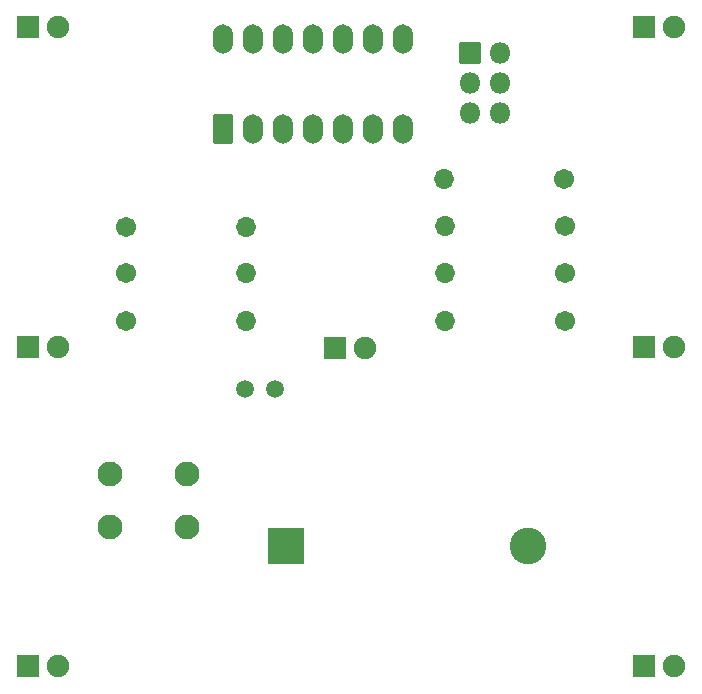
<source format=gbr>
G04 #@! TF.GenerationSoftware,KiCad,Pcbnew,(6.0.1-0)*
G04 #@! TF.CreationDate,2022-09-12T10:47:37+02:00*
G04 #@! TF.ProjectId,avrCubeRev2,61767243-7562-4655-9265-76322e6b6963,rev?*
G04 #@! TF.SameCoordinates,Original*
G04 #@! TF.FileFunction,Soldermask,Top*
G04 #@! TF.FilePolarity,Negative*
%FSLAX46Y46*%
G04 Gerber Fmt 4.6, Leading zero omitted, Abs format (unit mm)*
G04 Created by KiCad (PCBNEW (6.0.1-0)) date 2022-09-12 10:47:37*
%MOMM*%
%LPD*%
G01*
G04 APERTURE LIST*
G04 Aperture macros list*
%AMRoundRect*
0 Rectangle with rounded corners*
0 $1 Rounding radius*
0 $2 $3 $4 $5 $6 $7 $8 $9 X,Y pos of 4 corners*
0 Add a 4 corners polygon primitive as box body*
4,1,4,$2,$3,$4,$5,$6,$7,$8,$9,$2,$3,0*
0 Add four circle primitives for the rounded corners*
1,1,$1+$1,$2,$3*
1,1,$1+$1,$4,$5*
1,1,$1+$1,$6,$7*
1,1,$1+$1,$8,$9*
0 Add four rect primitives between the rounded corners*
20,1,$1+$1,$2,$3,$4,$5,0*
20,1,$1+$1,$4,$5,$6,$7,0*
20,1,$1+$1,$6,$7,$8,$9,0*
20,1,$1+$1,$8,$9,$2,$3,0*%
G04 Aperture macros list end*
%ADD10C,1.502000*%
%ADD11RoundRect,0.051000X-0.900000X-0.900000X0.900000X-0.900000X0.900000X0.900000X-0.900000X0.900000X0*%
%ADD12C,1.902000*%
%ADD13C,1.702000*%
%ADD14O,1.702000X1.702000*%
%ADD15C,2.102000*%
%ADD16RoundRect,0.051000X-0.850000X-0.850000X0.850000X-0.850000X0.850000X0.850000X-0.850000X0.850000X0*%
%ADD17O,1.802000X1.802000*%
%ADD18RoundRect,0.051000X0.800000X-1.200000X0.800000X1.200000X-0.800000X1.200000X-0.800000X-1.200000X0*%
%ADD19O,1.702000X2.502000*%
%ADD20RoundRect,0.051000X-1.500000X-1.500000X1.500000X-1.500000X1.500000X1.500000X-1.500000X1.500000X0*%
%ADD21C,3.102000*%
G04 APERTURE END LIST*
D10*
X74540000Y-96250000D03*
X72000000Y-96250000D03*
D11*
X53594000Y-65659000D03*
D12*
X56134000Y-65659000D03*
D11*
X105791000Y-65659000D03*
D12*
X108331000Y-65659000D03*
D11*
X105791000Y-92710000D03*
D12*
X108331000Y-92710000D03*
D11*
X105791000Y-119761000D03*
D12*
X108331000Y-119761000D03*
D13*
X61900000Y-82572000D03*
D14*
X72060000Y-82572000D03*
D13*
X98958000Y-78500000D03*
D14*
X88798000Y-78500000D03*
D13*
X61900000Y-86500000D03*
D14*
X72060000Y-86500000D03*
X88940000Y-86500000D03*
D13*
X99100000Y-86500000D03*
X61900000Y-90572000D03*
D14*
X72060000Y-90572000D03*
X88940000Y-90500000D03*
D13*
X99100000Y-90500000D03*
D15*
X67079000Y-103505000D03*
X60579000Y-103505000D03*
X60579000Y-108005000D03*
X67079000Y-108005000D03*
D16*
X91059000Y-67818000D03*
D17*
X93599000Y-67818000D03*
X91059000Y-70358000D03*
X93599000Y-70358000D03*
X91059000Y-72898000D03*
X93599000Y-72898000D03*
D18*
X70104000Y-74295000D03*
D19*
X72644000Y-74295000D03*
X75184000Y-74295000D03*
X77724000Y-74295000D03*
X80264000Y-74295000D03*
X82804000Y-74295000D03*
X85344000Y-74295000D03*
X85344000Y-66675000D03*
X82804000Y-66675000D03*
X80264000Y-66675000D03*
X77724000Y-66675000D03*
X75184000Y-66675000D03*
X72644000Y-66675000D03*
X70104000Y-66675000D03*
D11*
X53594000Y-119761000D03*
D12*
X56134000Y-119761000D03*
D20*
X75438000Y-109601000D03*
D21*
X95928000Y-109601000D03*
D14*
X88940000Y-82500000D03*
D13*
X99100000Y-82500000D03*
D11*
X79629000Y-92837000D03*
D12*
X82169000Y-92837000D03*
D11*
X53594000Y-92710000D03*
D12*
X56134000Y-92710000D03*
M02*

</source>
